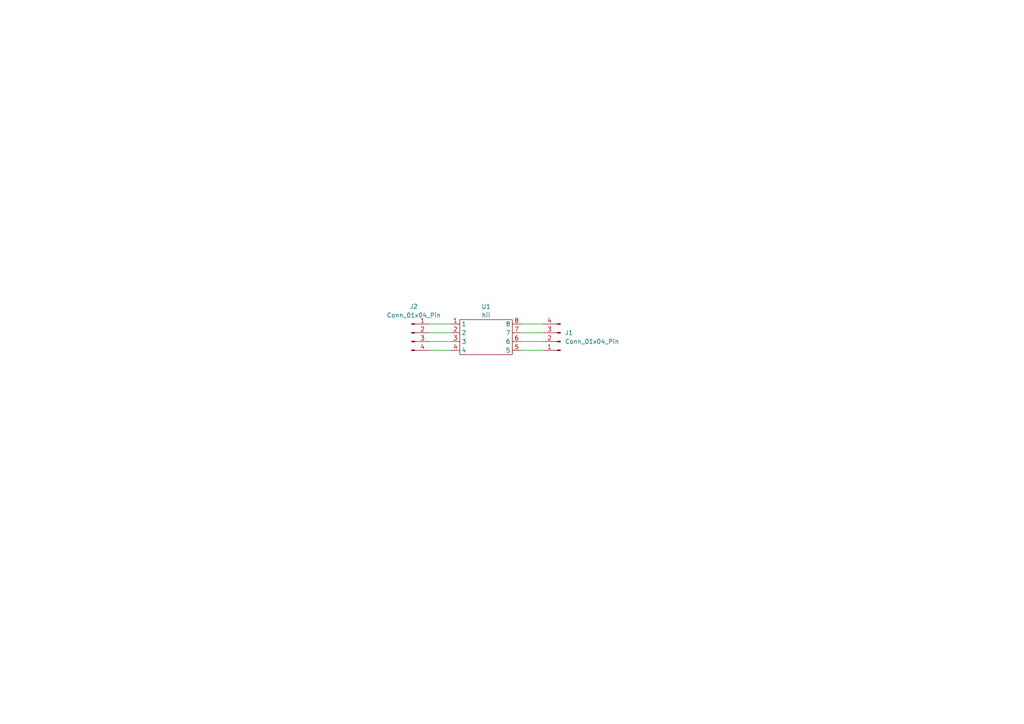
<source format=kicad_sch>
(kicad_sch (version 20231120) (generator "eeschema") (generator_version "8.0")
  (paper "A4")
  (lib_symbols
    (symbol "Connector:Conn_01x04_Pin" (pin_names (offset 1.016) hide)
      (property "Reference" "J" (at 0 5.08 0))
      (property "Value" "Conn_01x04_Pin" (at 0 -7.62 0))
      (symbol "Conn_01x04_Pin_1_1"
        (polyline (pts (xy 1.27 -5.08) (xy 0.8636 -5.08)) (stroke (width 0.1524)))
        (polyline (pts (xy 1.27 -2.54) (xy 0.8636 -2.54)) (stroke (width 0.1524)))
        (polyline (pts (xy 1.27 0) (xy 0.8636 0)) (stroke (width 0.1524)))
        (polyline (pts (xy 1.27 2.54) (xy 0.8636 2.54)) (stroke (width 0.1524)))
        (rectangle (start 0.8636 -4.953) (end 0 -5.207) (stroke (width 0.1524)) (fill (type outline)))
        (rectangle (start 0.8636 -2.413) (end 0 -2.667) (stroke (width 0.1524)) (fill (type outline)))
        (rectangle (start 0.8636 0.127) (end 0 -0.127) (stroke (width 0.1524)) (fill (type outline)))
        (rectangle (start 0.8636 2.667) (end 0 2.413) (stroke (width 0.1524)) (fill (type outline)))
        (pin passive line (at 5.08 2.54 180) (length 3.81) (name "Pin_1") (number "1"))
        (pin passive line (at 5.08 0 180) (length 3.81) (name "Pin_2") (number "2"))
        (pin passive line (at 5.08 -2.54 180) (length 3.81) (name "Pin_3") (number "3"))
        (pin passive line (at 5.08 -5.08 180) (length 3.81) (name "Pin_4") (number "4"))
      )
    )
    (symbol "New_Library:sop"
      (property "Reference" "U1" (at 0 8.89 0))
      (property "Value" "hii" (at 0 6.35 0))
      (symbol "sop_0_1"
        (rectangle (start -7.62 5.08) (end 7.62 -5.08))
      )
      (symbol "sop_1_1"
        (pin input line (at -10.16 3.81 0) (length 2.54) (name "1") (number "1"))
        (pin input line (at -10.16 1.27 0) (length 2.54) (name "2") (number "2"))
        (pin input line (at -10.16 -1.27 0) (length 2.54) (name "3") (number "3"))
        (pin input line (at -10.16 -3.81 0) (length 2.54) (name "4") (number "4"))
        (pin input line (at 10.16 -3.81 180) (length 2.54) (name "5") (number "5"))
        (pin input line (at 10.16 -1.27 180) (length 2.54) (name "6") (number "6"))
        (pin input line (at 10.16 1.27 180) (length 2.54) (name "7") (number "7"))
        (pin input line (at 10.16 3.81 180) (length 2.54) (name "8") (number "8"))
      )
    )
  )
  (wire (pts (xy 124.46 96.52) (xy 130.81 96.52)))
  (wire (pts (xy 151.13 101.6) (xy 157.48 101.6)))
  (wire (pts (xy 124.46 93.98) (xy 130.81 93.98)))
  (wire (pts (xy 151.13 96.52) (xy 157.48 96.52)))
  (wire (pts (xy 151.13 99.06) (xy 157.48 99.06)))
  (wire (pts (xy 124.46 101.6) (xy 130.81 101.6)))
  (wire (pts (xy 124.46 99.06) (xy 130.81 99.06)))
  (wire (pts (xy 151.13 93.98) (xy 157.48 93.98)))
  (symbol (lib_id "Connector:Conn_01x04_Pin") (at 162.56 99.06 180) (unit 1)
    (property "Reference" "J1" (at 163.83 96.5199 0) (effects (justify right)))
    (property "Value" "Conn_01x04_Pin" (at 163.83 99.0599 0) (effects (justify right)))
    (property "Footprint" "Connector_PinHeader_2.54mm:PinHeader_1x04_P2.54mm_Vertical" (effects (hide yes)))
    (property "Description" "Generic connector, single row, 01x04, script generated" (effects (hide yes)))
  )
  (symbol (lib_id "Connector:Conn_01x04_Pin") (at 119.38 96.52 0) (unit 1)
    (property "Reference" "J2" (at 120.015 88.9 0))
    (property "Value" "Conn_01x04_Pin" (at 120.015 91.44 0))
    (property "Footprint" "Connector_PinHeader_2.54mm:PinHeader_1x04_P2.54mm_Vertical" (effects (hide yes)))
    (property "Description" "Generic connector, single row, 01x04, script generated" (effects (hide yes)))
  )
  (symbol (lib_id "New_Library:sop") (at 140.97 97.79 0) (unit 1)
    (property "Reference" "U1" (at 140.97 88.9 0))
    (property "Value" "hii" (at 140.97 91.44 0))
    (property "Footprint" "Package_SO:SOP-8_3.76x4.96mm_P1.27mm" (effects (hide yes)))
  )
)
</source>
